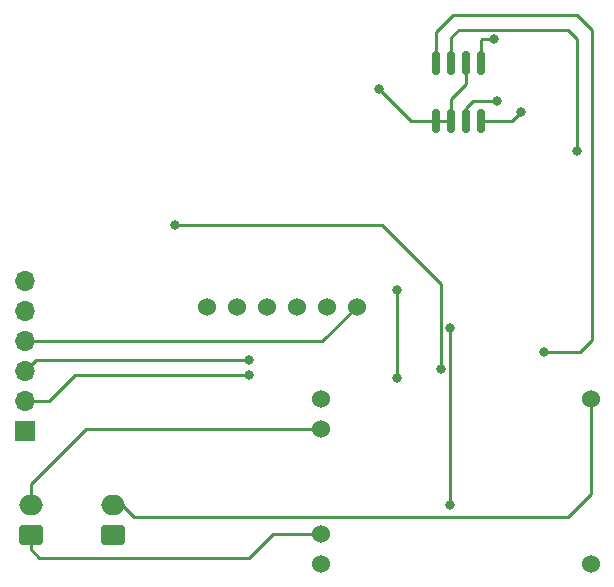
<source format=gbl>
G04 #@! TF.GenerationSoftware,KiCad,Pcbnew,(6.0.2-0)*
G04 #@! TF.CreationDate,2022-03-01T18:59:46+01:00*
G04 #@! TF.ProjectId,HelloWeather,48656c6c-6f57-4656-9174-6865722e6b69,rev?*
G04 #@! TF.SameCoordinates,Original*
G04 #@! TF.FileFunction,Copper,L2,Bot*
G04 #@! TF.FilePolarity,Positive*
%FSLAX46Y46*%
G04 Gerber Fmt 4.6, Leading zero omitted, Abs format (unit mm)*
G04 Created by KiCad (PCBNEW (6.0.2-0)) date 2022-03-01 18:59:46*
%MOMM*%
%LPD*%
G01*
G04 APERTURE LIST*
G04 Aperture macros list*
%AMRoundRect*
0 Rectangle with rounded corners*
0 $1 Rounding radius*
0 $2 $3 $4 $5 $6 $7 $8 $9 X,Y pos of 4 corners*
0 Add a 4 corners polygon primitive as box body*
4,1,4,$2,$3,$4,$5,$6,$7,$8,$9,$2,$3,0*
0 Add four circle primitives for the rounded corners*
1,1,$1+$1,$2,$3*
1,1,$1+$1,$4,$5*
1,1,$1+$1,$6,$7*
1,1,$1+$1,$8,$9*
0 Add four rect primitives between the rounded corners*
20,1,$1+$1,$2,$3,$4,$5,0*
20,1,$1+$1,$4,$5,$6,$7,0*
20,1,$1+$1,$6,$7,$8,$9,0*
20,1,$1+$1,$8,$9,$2,$3,0*%
G04 Aperture macros list end*
G04 #@! TA.AperFunction,ComponentPad*
%ADD10RoundRect,0.250000X0.750000X-0.600000X0.750000X0.600000X-0.750000X0.600000X-0.750000X-0.600000X0*%
G04 #@! TD*
G04 #@! TA.AperFunction,ComponentPad*
%ADD11O,2.000000X1.700000*%
G04 #@! TD*
G04 #@! TA.AperFunction,SMDPad,CuDef*
%ADD12RoundRect,0.150000X-0.150000X0.825000X-0.150000X-0.825000X0.150000X-0.825000X0.150000X0.825000X0*%
G04 #@! TD*
G04 #@! TA.AperFunction,ComponentPad*
%ADD13R,1.700000X1.700000*%
G04 #@! TD*
G04 #@! TA.AperFunction,ComponentPad*
%ADD14O,1.700000X1.700000*%
G04 #@! TD*
G04 #@! TA.AperFunction,ComponentPad*
%ADD15C,1.524000*%
G04 #@! TD*
G04 #@! TA.AperFunction,ViaPad*
%ADD16C,0.800000*%
G04 #@! TD*
G04 #@! TA.AperFunction,Conductor*
%ADD17C,0.250000*%
G04 #@! TD*
G04 APERTURE END LIST*
D10*
X60500000Y-140000000D03*
D11*
X60500000Y-137500000D03*
D10*
X67500000Y-140000000D03*
D11*
X67500000Y-137500000D03*
D12*
X94845000Y-100025000D03*
X96115000Y-100025000D03*
X97385000Y-100025000D03*
X98655000Y-100025000D03*
X98655000Y-104975000D03*
X97385000Y-104975000D03*
X96115000Y-104975000D03*
X94845000Y-104975000D03*
D13*
X60000000Y-131250000D03*
D14*
X60000000Y-128710000D03*
X60000000Y-126170000D03*
X60000000Y-123630000D03*
X60000000Y-121090000D03*
X60000000Y-118550000D03*
D15*
X107930000Y-128515000D03*
X85070000Y-142485000D03*
X107930000Y-142485000D03*
X85070000Y-139945000D03*
X85070000Y-131055000D03*
X85070000Y-128515000D03*
X88100000Y-120695000D03*
X85560000Y-120695000D03*
X83020000Y-120695000D03*
X80480000Y-120695000D03*
X77940000Y-120695000D03*
X75400000Y-120695000D03*
D16*
X99750000Y-98000000D03*
X90000000Y-102250000D03*
X95250000Y-126000000D03*
X72750000Y-113750000D03*
X91500000Y-119250000D03*
X91500000Y-126750000D03*
X100000000Y-103250000D03*
X106750000Y-107500000D03*
X102000000Y-104250000D03*
X104000000Y-124500000D03*
X79000000Y-126500000D03*
X79000000Y-125250000D03*
X96000000Y-137500000D03*
X96000000Y-122500000D03*
D17*
X98655000Y-98095000D02*
X98750000Y-98000000D01*
X98750000Y-98000000D02*
X99750000Y-98000000D01*
X98655000Y-100025000D02*
X98655000Y-98095000D01*
X85070000Y-139945000D02*
X81055000Y-139945000D01*
X60500000Y-141250000D02*
X60500000Y-140000000D01*
X61250000Y-142000000D02*
X60500000Y-141250000D01*
X79000000Y-142000000D02*
X61250000Y-142000000D01*
X81055000Y-139945000D02*
X79000000Y-142000000D01*
X65195000Y-131055000D02*
X60500000Y-135750000D01*
X60500000Y-135750000D02*
X60500000Y-137500000D01*
X85070000Y-131055000D02*
X65195000Y-131055000D01*
X94845000Y-104975000D02*
X96115000Y-104975000D01*
X96115000Y-104975000D02*
X96115000Y-103135000D01*
X60000000Y-123630000D02*
X85165000Y-123630000D01*
X94845000Y-104975000D02*
X92725000Y-104975000D01*
X96115000Y-103135000D02*
X97385000Y-101865000D01*
X85165000Y-123630000D02*
X88100000Y-120695000D01*
X97385000Y-101865000D02*
X97385000Y-100025000D01*
X92725000Y-104975000D02*
X90000000Y-102250000D01*
X90250000Y-113750000D02*
X95250000Y-118750000D01*
X72750000Y-113750000D02*
X90250000Y-113750000D01*
X95250000Y-118750000D02*
X95250000Y-126000000D01*
X91500000Y-119250000D02*
X91500000Y-126750000D01*
X97385000Y-104975000D02*
X97385000Y-103865000D01*
X98000000Y-103250000D02*
X100000000Y-103250000D01*
X97385000Y-103865000D02*
X98000000Y-103250000D01*
X106000000Y-97250000D02*
X106750000Y-98000000D01*
X106750000Y-98000000D02*
X106750000Y-107500000D01*
X96115000Y-100025000D02*
X96115000Y-97885000D01*
X96115000Y-97885000D02*
X96750000Y-97250000D01*
X96750000Y-97250000D02*
X106000000Y-97250000D01*
X101275000Y-104975000D02*
X102000000Y-104250000D01*
X98655000Y-104975000D02*
X101275000Y-104975000D01*
X94845000Y-97405000D02*
X96250000Y-96000000D01*
X107750000Y-123750000D02*
X107000000Y-124500000D01*
X108000000Y-123500000D02*
X107750000Y-123750000D01*
X94845000Y-100025000D02*
X94845000Y-97405000D01*
X106000000Y-96000000D02*
X106750000Y-96000000D01*
X106750000Y-96000000D02*
X108000000Y-97250000D01*
X107000000Y-124500000D02*
X104000000Y-124500000D01*
X108000000Y-97250000D02*
X108000000Y-123500000D01*
X96250000Y-96000000D02*
X106000000Y-96000000D01*
X64250000Y-126500000D02*
X62040000Y-128710000D01*
X62040000Y-128710000D02*
X60000000Y-128710000D01*
X79000000Y-126500000D02*
X64250000Y-126500000D01*
X60920000Y-125250000D02*
X60000000Y-126170000D01*
X79000000Y-125250000D02*
X60920000Y-125250000D01*
X68250000Y-137500000D02*
X67500000Y-137500000D01*
X107930000Y-128515000D02*
X107930000Y-136570000D01*
X106000000Y-138500000D02*
X69250000Y-138500000D01*
X69250000Y-138500000D02*
X68250000Y-137500000D01*
X107930000Y-136570000D02*
X106000000Y-138500000D01*
X96000000Y-137500000D02*
X96000000Y-122500000D01*
M02*

</source>
